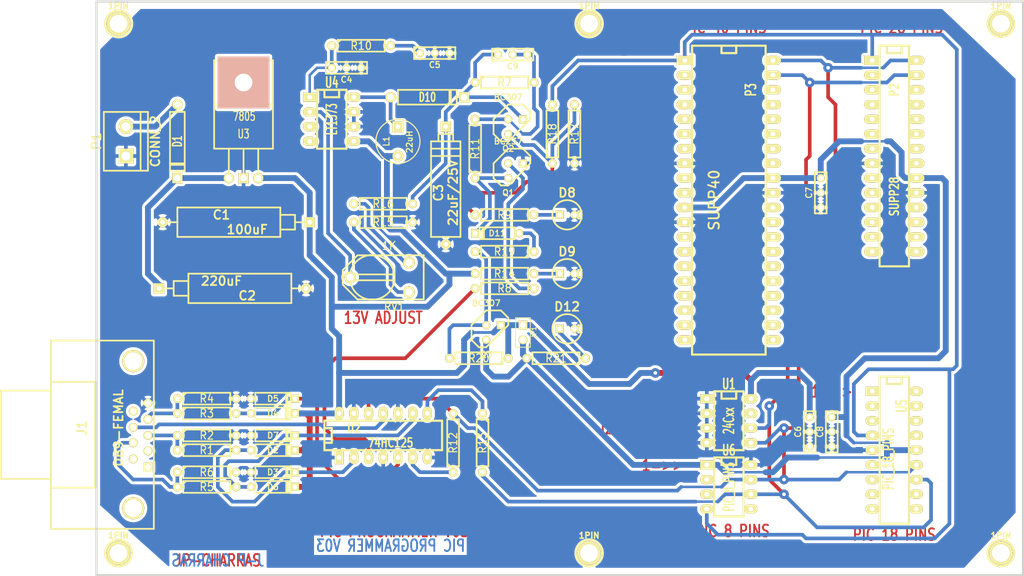
<source format=kicad_pcb>
(kicad_pcb (version 20221018) (generator pcbnew)
  (title_block (title "SERIAL PIC PROGRAMMER"))
  (layers (0 "F.Cu" signal "Composant") (31 "B.Cu" signal "Cuivre") (34 "B.Paste" user) (35 "F.Paste" user) (36 "B.SilkS" user "B.Silkscreen") (37 "F.SilkS" user "F.Silkscreen") (38 "B.Mask" user) (39 "F.Mask" user) (44 "Edge.Cuts" user))
  (net 0 "")
  (net 1 "/pic_programmer/CTS")
  (net 2 "/pic_programmer/TXD")
  (net 3 "GND")
  (net 4 "VCC")
  (net 5 "VPP")
  (net 6 "VCC_PIC")
  (net 7 "/pic_programmer/DTR")
  (net 8 "/pic_programmer/PC-CLOCK-OUT")
  (net 9 "VPP-MCLR")
  (net 10 "CLOCK-RB6")
  (net 11 "DATA-RB7")
  (net 12 "Net-(C2-Pad1)")
  (net 13 "Net-(C4-Pad1)")
  (net 14 "Net-(C5-Pad1)")
  (net 15 "Net-(C9-Pad2)")
  (net 16 "Net-(D1-Pad1)")
  (net 17 "Net-(D2-Pad1)")
  (net 18 "Net-(D4-Pad1)")
  (net 19 "Net-(D6-Pad1)")
  (net 20 "Net-(D8-Pad1)")
  (net 21 "Net-(D9-Pad1)")
  (net 22 "Net-(D10-Pad1)")
  (net 23 "Net-(D11-Pad2)")
  (net 24 "Net-(D11-Pad1)")
  (net 25 "Net-(D12-Pad1)")
  (net 26 "Net-(Q1-Pad2)")
  (net 27 "Net-(Q2-Pad3)")
  (net 28 "Net-(Q3-Pad2)")
  (net 29 "Net-(R8-Pad1)")
  (net 30 "Net-(R12-Pad1)")
  (net 31 "Net-(R13-Pad1)")
  (net 32 "Net-(R15-Pad1)")
  (net 33 "Net-(R16-Pad1)")
  (net 34 "Net-(RV1-Pad2)")
  (footprint "40DIP-ELL600" (layer "F.Cu") (at 182.88 74.93 -90)
    (fp_text reference "P3")
    (fp_text value "SUPP40")
  )
  (footprint "1pin" (layer "F.Cu") (at 229.87 44.45)
    (fp_text reference "1PIN")
    (fp_text value "P***" hide)
  )
  (footprint "1pin" (layer "F.Cu") (at 229.87 135.89)
    (fp_text reference "1PIN")
    (fp_text value "P***" hide)
  )
  (footprint "1pin" (layer "F.Cu") (at 77.47 44.45)
    (fp_text reference "1PIN")
    (fp_text value "P***" hide)
  )
  (footprint "1pin" (layer "F.Cu") (at 77.47 135.89)
    (fp_text reference "1PIN")
    (fp_text value "P***" hide)
  )
  (footprint "1pin" (layer "F.Cu") (at 158.75 135.89)
    (fp_text reference "1PIN")
    (fp_text value "P***" hide)
  )
  (footprint "1pin" (layer "F.Cu") (at 158.75 44.45)
    (fp_text reference "1PIN")
    (fp_text value "P***" hide)
  )
  (footprint "28DIP-ELL300" (layer "F.Cu") (at 211.455 67.31 -90)
    (fp_text reference "P2")
    (fp_text value "SUPP28")
  )
  (footprint "discret:CP10" (layer "F.Cu") (at 97.79 78.74 180)
    (fp_text reference "C1")
    (fp_text value "100uF")
  )
  (footprint "discret:CP10" (layer "F.Cu") (at 97.155 90.17)
    (fp_text reference "C2")
    (fp_text value "220uF")
  )
  (footprint "discret:CP8" (layer "F.Cu") (at 133.985 72.39 -90)
    (fp_text reference "C3")
    (fp_text value "22uF/25V")
  )
  (footprint "discret:C1-1" (layer "F.Cu") (at 116.84 52.07)
    (fp_text reference "C4")
    (fp_text value "0" hide)
  )
  (footprint "discret:C1-1" (layer "F.Cu") (at 132.08 49.53)
    (fp_text reference "C5")
    (fp_text value "10nF" hide)
  )
  (footprint "discret:C1-1" (layer "F.Cu") (at 196.85 114.935 -90)
    (fp_text reference "C6")
    (fp_text value "100nF" hide)
  )
  (footprint "discret:C1-1" (layer "F.Cu") (at 198.755 73.66 -90)
    (fp_text reference "C7")
    (fp_text value "100nF" hide)
  )
  (footprint "discret:C1-1" (layer "F.Cu") (at 200.66 114.935 -90)
    (fp_text reference "C8")
    (fp_text value "100nF" hide)
  )
  (footprint "discret:C1-1" (layer "F.Cu") (at 145.542 49.784)
    (fp_text reference "C9")
    (fp_text value "22OnF" hide)
  )
  (footprint "discret:D5" (layer "F.Cu") (at 87.63 64.77 -90)
    (fp_text reference "D1")
    (fp_text value "1N4004" hide)
  )
  (footprint "discret:D3" (layer "F.Cu") (at 104.14 118.11)
    (fp_text reference "D2")
    (fp_text value "BAT43" hide)
  )
  (footprint "discret:D3" (layer "F.Cu") (at 104.14 121.92)
    (fp_text reference "D3")
    (fp_text value "BAT43" hide)
  )
  (footprint "discret:D3" (layer "F.Cu") (at 104.14 111.76)
    (fp_text reference "D4")
    (fp_text value "BAT43" hide)
  )
  (footprint "discret:D3" (layer "F.Cu") (at 104.14 109.22)
    (fp_text reference "D5")
    (fp_text value "BAT43" hide)
  )
  (footprint "discret:D3" (layer "F.Cu") (at 104.14 124.46)
    (fp_text reference "D6")
    (fp_text value "BAT43" hide)
  )
  (footprint "discret:D3" (layer "F.Cu") (at 104.14 115.57)
    (fp_text reference "D7")
    (fp_text value "BAT43" hide)
  )
  (footprint "discret:LEDV" (layer "F.Cu") (at 154.94 77.47)
    (fp_text reference "D8")
    (fp_text value "RED-LED" hide)
  )
  (footprint "discret:LEDV" (layer "F.Cu") (at 154.94 87.63)
    (fp_text reference "D9")
    (fp_text value "GREEN-LED" hide)
  )
  (footprint "discret:D5" (layer "F.Cu") (at 130.81 57.15)
    (fp_text reference "D10")
    (fp_text value "SCHOTTKY" hide)
  )
  (footprint "discret:D3" (layer "F.Cu") (at 142.875 80.645 180)
    (fp_text reference "D11")
    (fp_text value "BAT43" hide)
  )
  (footprint "discret:LEDV" (layer "F.Cu") (at 154.94 97.155)
    (fp_text reference "D12")
    (fp_text value "YELLOW-LED" hide)
  )
  (footprint "connect:DB9FC" (layer "F.Cu") (at 81.28 115.57 90)
    (fp_text reference "J1")
    (fp_text value "DB9-FEMAL")
  )
  (footprint "pin_array:PIN_ARRAY_2X1" (layer "F.Cu") (at 147.32 97.79 -90)
    (fp_text reference "JP1")
    (fp_text value "JUMPER" hide)
  )
  (footprint "inductors:INDUCTOR_V" (layer "F.Cu") (at 125.73 64.77 -90)
    (fp_text reference "L1")
    (fp_text value "22uH")
  )
  (footprint "connect:bornier2" (layer "F.Cu") (at 78.74 64.77 90)
    (fp_text reference "P1")
    (fp_text value "CONN_2")
  )
  (footprint "discret:TO92" (layer "F.Cu") (at 146.05 69.85)
    (fp_text reference "Q1")
    (fp_text value "BC237")
  )
  (footprint "discret:TO92" (layer "F.Cu") (at 146.05 62.23)
    (fp_text reference "Q2")
    (fp_text value "BC307")
  )
  (footprint "discret:TO92" (layer "F.Cu") (at 142.24 97.79)
    (fp_text reference "Q3")
    (fp_text value "BC307")
  )
  (footprint "discret:R4" (layer "F.Cu") (at 92.71 118.11)
    (fp_text reference "R1")
    (fp_text value "10K" hide)
  )
  (footprint "discret:R4" (layer "F.Cu") (at 92.71 115.57)
    (fp_text reference "R2")
    (fp_text value "10K" hide)
  )
  (footprint "discret:R4" (layer "F.Cu") (at 92.71 111.76)
    (fp_text reference "R3")
    (fp_text value "10K" hide)
  )
  (footprint "discret:R4" (layer "F.Cu") (at 92.71 109.22)
    (fp_text reference "R4")
    (fp_text value "10K" hide)
  )
  (footprint "discret:R4" (layer "F.Cu") (at 92.71 124.46)
    (fp_text reference "R5")
    (fp_text value "10K" hide)
  )
  (footprint "discret:R4" (layer "F.Cu") (at 92.71 121.92)
    (fp_text reference "R6")
    (fp_text value "10K" hide)
  )
  (footprint "discret:R4" (layer "F.Cu") (at 144.145 54.61)
    (fp_text reference "R7")
    (fp_text value "10K" hide)
  )
  (footprint "discret:R4" (layer "F.Cu") (at 144.145 90.17)
    (fp_text reference "R8")
    (fp_text value "1K" hide)
  )
  (footprint "discret:R4" (layer "F.Cu") (at 144.145 77.47)
    (fp_text reference "R9")
    (fp_text value "2.2K" hide)
  )
  (footprint "discret:R4" (layer "F.Cu") (at 119.38 48.26)
    (fp_text reference "R10")
    (fp_text value "5,1K" hide)
  )
  (footprint "discret:R4" (layer "F.Cu") (at 139.065 66.04 90)
    (fp_text reference "R11")
    (fp_text value "22K" hide)
  )
  (footprint "discret:R4" (layer "F.Cu") (at 135.255 116.84 90)
    (fp_text reference "R12")
    (fp_text value "470" hide)
  )
  (footprint "discret:R4" (layer "F.Cu") (at 140.335 116.84 -90)
    (fp_text reference "R13")
    (fp_text value "470" hide)
  )
  (footprint "discret:R4" (layer "F.Cu") (at 144.145 87.63)
    (fp_text reference "R14")
    (fp_text value "470" hide)
  )
  (footprint "discret:R4" (layer "F.Cu") (at 123.19 78.74)
    (fp_text reference "R15")
    (fp_text value "6.2K" hide)
  )
  (footprint "discret:R4" (layer "F.Cu") (at 123.19 75.565)
    (fp_text reference "R16")
    (fp_text value "62K" hide)
  )
  (footprint "discret:R4" (layer "F.Cu") (at 156.21 63.5 -90)
    (fp_text reference "R17")
    (fp_text value "22K" hide)
  )
  (footprint "discret:R4" (layer "F.Cu") (at 152.4 63.5 90)
    (fp_text reference "R18")
    (fp_text value "220" hide)
  )
  (footprint "discret:R4" (layer "F.Cu") (at 144.145 83.82 180)
    (fp_text reference "R19")
    (fp_text value "2.2K" hide)
  )
  (footprint "discret:R4" (layer "F.Cu") (at 139.7 102.235 180)
    (fp_text reference "R20")
    (fp_text value "2.2K" hide)
  )
  (footprint "discret:R4" (layer "F.Cu") (at 153.035 102.235 180)
    (fp_text reference "R21")
    (fp_text value "470" hide)
  )
  (footprint "discret:RV2X4" (layer "F.Cu") (at 122.555 88.265 180)
    (fp_text reference "RV1")
    (fp_text value "1K")
  )
  (footprint "dip_sockets:DIP-8__300_ELL" (layer "F.Cu") (at 182.88 113.03 -90)
    (fp_text reference "U1")
    (fp_text value "24Cxx")
  )
  (footprint "dip_sockets:DIP-14__300_ELL" (layer "F.Cu") (at 123.19 115.57)
    (fp_text reference "U2")
    (fp_text value "74HC125")
  )
  (footprint "discret:LM78XX" (layer "F.Cu") (at 99.06 71.12 90)
    (fp_text reference "U3")
    (fp_text value "7805")
  )
  (footprint "dip_sockets:DIP-8__300_ELL" (layer "F.Cu") (at 114.3 60.96 -90)
    (fp_text reference "U4")
    (fp_text value "LT1373")
  )
  (footprint "dip_sockets:DIP-18__300_ELL" (layer "F.Cu") (at 211.455 118.11 -90)
    (fp_text reference "U5")
    (fp_text value "PIC_18_PINS")
  )
  (footprint "dip_sockets:DIP-8__300_ELL" (layer "F.Cu") (at 182.88 124.46 -90)
    (fp_text reference "U6")
    (fp_text value "PIC_8_PINS")
  )
  (gr_line (start 73.66 40.64) (end 173.99 40.64) (stroke (width 0.381)) (layer "Edge.Cuts"))
  (gr_line (start 73.66 139.7) (end 73.66 40.64) (stroke (width 0.381)) (layer "Edge.Cuts"))
  (gr_line (start 173.99 40.64) (end 233.68 40.64) (stroke (width 0.381)) (layer "Edge.Cuts"))
  (gr_line (start 233.68 40.64) (end 233.68 139.7) (stroke (width 0.381)) (layer "Edge.Cuts"))
  (gr_line (start 233.68 139.7) (end 73.66 139.7) (stroke (width 0.381)) (layer "Edge.Cuts"))
  (gr_text "+8/12V" (at 80.01 57.15) (layer "F.Cu") (effects (font (size 2.032 1.524) (thickness 0.3048))))
  (gr_text "1=>>" (at 171.45 109.22) (layer "F.Cu") (effects (font (size 2.032 1.524) (thickness 0.3048))))
  (gr_text "1=>>" (at 171.45 120.65) (layer "F.Cu") (effects (font (size 2.032 1.524) (thickness 0.3048))))
  (gr_text "PIC 40 PINS" (at 182.245 45.085) (layer "F.Cu") (effects (font (size 2.032 1.524) (thickness 0.3048))))
  (gr_text "PWR ON" (at 163.83 88.9) (layer "F.Cu") (effects (font (size 2.032 1.524) (thickness 0.3048))))
  (gr_text "VPP ON" (at 163.195 80.645) (layer "F.Cu") (effects (font (size 2.032 1.524) (thickness 0.3048))))
  (gr_text "PIC 28 PINS" (at 212.725 45.085) (layer "F.Cu") (effects (font (size 2.032 1.524) (thickness 0.3048))))
  (gr_text "I2C PROM" (at 166.37 114.3) (layer "F.Cu") (effects (font (size 2.032 1.524) (thickness 0.3048))))
  (gr_text "VCC ON" (at 163.83 98.425) (layer "F.Cu") (effects (font (size 2.032 1.524) (thickness 0.3048))))
  (gr_text "PIC 8 PINS" (at 183.515 132.08) (layer "F.Cu") (effects (font (size 2.032 1.524) (thickness 0.3048))))
  (gr_text "JP-CHARRAS" (at 94.615 137.16) (layer "F.Cu") (effects (font (size 2.032 1.524) (thickness 0.3048))))
  (gr_text "1=>>" (at 200.66 107.95) (layer "F.Cu") (effects (font (size 2.032 1.524) (thickness 0.3048))))
  (gr_text "13V ADJUST" (at 123.19 95.25) (layer "F.Cu") (effects (font (size 2.032 1.524) (thickness 0.3048))))
  (gr_text "PIC 18 PINS" (at 211.455 132.715) (layer "F.Cu") (effects (font (size 2.032 1.524) (thickness 0.3048))))
  (gr_text "1=>>" (at 201.295 48.895) (layer "F.Cu") (effects (font (size 2.032 1.524) (thickness 0.3048))))
  (gr_text "PIC PROGRAMMER V03" (at 125.095 132.08) (layer "F.Cu") (effects (font (size 2.032 1.524) (thickness 0.3048))))
  (gr_text "1=>>" (at 167.64 48.895) (layer "F.Cu") (effects (font (size 2.032 1.524) (thickness 0.3048))))
  (gr_text "PIC PROGRAMMER V03" (at 124.46 134.62) (layer "B.Cu") (effects (font (size 2.032 1.524) (thickness 0.3048)) (justify mirror)))
  (gr_text "J-P CHARRAS" (at 94.615 137.16) (layer "B.Cu") (effects (font (size 2.032 1.524) (thickness 0.3048)) (justify mirror)))
  (segment (start 80.01 114.173) (end 83.947 114.173) (width 0.635) (layer "B.Cu") (net 1))
  (segment (start 113.03 114.3) (end 121.92 114.3) (width 0.635) (layer "B.Cu") (net 1))
  (segment (start 123.19 113.03) (end 123.19 111.76) (width 0.635) (layer "B.Cu") (net 1))
  (segment (start 84.455 113.665) (end 112.395 113.665) (width 0.635) (layer "B.Cu") (net 1))
  (segment (start 112.395 113.665) (end 113.03 114.3) (width 0.635) (layer "B.Cu") (net 1))
  (segment (start 83.947 114.173) (end 84.455 113.665) (width 0.635) (layer "B.Cu") (net 1))
  (segment (start 121.92 114.3) (end 123.19 113.03) (width 0.635) (layer "B.Cu") (net 1))
  (segment (start 87.63 115.57) (end 82.55 115.57) (width 0.635) (layer "B.Cu") (net 2))
  (segment (start 87.63 118.11) (end 87.63 115.57) (width 0.635) (layer "B.Cu") (net 2))
  (segment (start 185.42 104.775) (end 186.69 106.045) (width 1.016) (layer "F.Cu") (net 4))
  (segment (start 110.49 123.825) (end 109.855 124.46) (width 1.016) (layer "F.Cu") (net 4))
  (segment (start 109.22 118.11) (end 110.49 119.38) (width 1.016) (layer "F.Cu") (net 4))
  (segment (start 109.855 111.76) (end 110.49 112.395) (width 1.016) (layer "F.Cu") (net 4))
  (segment (start 110.49 119.38) (end 110.49 123.825) (width 1.016) (layer "F.Cu") (net 4))
  (segment (start 170.18 104.775) (end 185.42 104.775) (width 1.016) (layer "F.Cu") (net 4))
  (segment (start 110.49 112.395) (end 110.49 116.84) (width 1.016) (layer "F.Cu") (net 4))
  (segment (start 110.49 116.84) (end 109.22 118.11) (width 1.016) (layer "F.Cu") (net 4))
  (segment (start 109.22 118.11) (end 107.95 118.11) (width 1.016) (layer "F.Cu") (net 4))
  (segment (start 107.95 111.76) (end 109.855 111.76) (width 1.016) (layer "F.Cu") (net 4))
  (segment (start 109.855 124.46) (end 107.95 124.46) (width 1.016) (layer "F.Cu") (net 4))
  (segment (start 186.69 106.045) (end 186.69 109.22) (width 1.016) (layer "F.Cu") (net 4))
  (via (at 170.18 104.775) (size 1.651) (drill 0.635) (layers "F.Cu" "B.Cu") (net 4))
  (segment (start 110.49 73.66) (end 107.95 71.12) (width 1.016) (layer "B.Cu") (net 4))
  (segment (start 133.985 87.63) (end 126.365 80.01) (width 1.016) (layer "B.Cu") (net 4))
  (segment (start 114.3 88.265) (end 114.3 93.345) (width 1.016) (layer "B.Cu") (net 4))
  (segment (start 135.89 104.775) (end 115.57 104.775) (width 1.016) (layer "B.Cu") (net 4))
  (segment (start 186.69 106.045) (end 187.96 104.775) (width 1.016) (layer "B.Cu") (net 4))
  (segment (start 114.3 97.155) (end 115.57 98.425) (width 1.016) (layer "B.Cu") (net 4))
  (segment (start 115.57 111.76) (end 115.57 104.775) (width 1.016) (layer "B.Cu") (net 4))
  (segment (start 134.62 87.63) (end 133.985 87.63) (width 1.016) (layer "B.Cu") (net 4))
  (segment (start 126.365 80.01) (end 124.46 80.01) (width 1.016) (layer "B.Cu") (net 4))
  (segment (start 107.95 111.76) (end 115.57 111.76) (width 1.016) (layer "B.Cu") (net 4))
  (segment (start 143.51 96.52) (end 142.24 97.79) (width 1.016) (layer "B.Cu") (net 4))
  (segment (start 114.3 93.345) (end 130.81 93.345) (width 1.016) (layer "B.Cu") (net 4))
  (segment (start 139.065 87.63) (end 134.62 87.63) (width 1.016) (layer "B.Cu") (net 4))
  (segment (start 144.78 102.235) (end 144.78 96.52) (width 1.016) (layer "B.Cu") (net 4))
  (segment (start 148.59 96.52) (end 158.75 106.68) (width 1.016) (layer "B.Cu") (net 4))
  (segment (start 144.78 96.52) (end 147.32 96.52) (width 1.016) (layer "B.Cu") (net 4))
  (segment (start 158.75 106.68) (end 165.735 106.68) (width 1.016) (layer "B.Cu") (net 4))
  (segment (start 186.69 109.22) (end 186.69 106.045) (width 1.016) (layer "B.Cu") (net 4))
  (segment (start 101.6 71.12) (end 107.95 71.12) (width 1.016) (layer "B.Cu") (net 4))
  (segment (start 123.825 79.375) (end 123.825 67.31) (width 1.016) (layer "B.Cu") (net 4))
  (segment (start 130.81 93.345) (end 134.62 89.535) (width 1.016) (layer "B.Cu") (net 4))
  (segment (start 143.51 96.52) (end 144.78 96.52) (width 1.016) (layer "B.Cu") (net 4))
  (segment (start 110.49 78.74) (end 110.49 73.66) (width 1.016) (layer "B.Cu") (net 4))
  (segment (start 114.3 93.345) (end 114.3 97.155) (width 1.016) (layer "B.Cu") (net 4))
  (segment (start 147.32 96.52) (end 148.59 96.52) (width 1.016) (layer "B.Cu") (net 4))
  (segment (start 196.85 112.395) (end 196.85 106.68) (width 1.016) (layer "B.Cu") (net 4))
  (segment (start 138.43 97.79) (end 137.16 99.06) (width 1.016) (layer "B.Cu") (net 4))
  (segment (start 118.11 64.77) (end 120.65 64.77) (width 1.016) (layer "B.Cu") (net 4))
  (segment (start 134.62 89.535) (end 134.62 87.63) (width 1.016) (layer "B.Cu") (net 4))
  (segment (start 167.64 104.775) (end 170.18 104.775) (width 1.016) (layer "B.Cu") (net 4))
  (segment (start 110.49 84.455) (end 114.3 88.265) (width 1.016) (layer "B.Cu") (net 4))
  (segment (start 123.19 67.31) (end 120.65 64.77) (width 1.016) (layer "B.Cu") (net 4))
  (segment (start 125.73 67.31) (end 123.825 67.31) (width 1.016) (layer "B.Cu") (net 4))
  (segment (start 115.57 98.425) (end 115.57 104.775) (width 1.016) (layer "B.Cu") (net 4))
  (segment (start 165.735 106.68) (end 167.64 104.775) (width 1.016) (layer "B.Cu") (net 4))
  (segment (start 110.49 78.74) (end 110.49 84.455) (width 1.016) (layer "B.Cu") (net 4))
  (segment (start 123.825 67.31) (end 123.19 67.31) (width 1.016) (layer "B.Cu") (net 4))
  (segment (start 137.16 103.505) (end 135.89 104.775) (width 1.016) (layer "B.Cu") (net 4))
  (segment (start 137.16 99.06) (end 137.16 103.505) (width 1.016) (layer "B.Cu") (net 4))
  (segment (start 187.96 104.775) (end 194.945 104.775) (width 1.016) (layer "B.Cu") (net 4))
  (segment (start 124.46 80.01) (end 123.825 79.375) (width 1.016) (layer "B.Cu") (net 4))
  (segment (start 196.85 106.68) (end 194.945 104.775) (width 1.016) (layer "B.Cu") (net 4))
  (segment (start 142.24 97.79) (end 138.43 97.79) (width 0.4826) (layer "B.Cu") (net 4))
  (segment (start 133.985 62.23) (end 133.985 68.58) (width 0.635) (layer "B.Cu") (net 5))
  (segment (start 143.51 57.15) (end 147.32 60.96) (width 0.635) (layer "B.Cu") (net 5))
  (segment (start 139.065 54.61) (end 139.065 51.181) (width 0.635) (layer "B.Cu") (net 5))
  (segment (start 133.985 68.58) (end 128.27 74.295) (width 0.635) (layer "B.Cu") (net 5))
  (segment (start 140.462 49.784) (end 143.002 49.784) (width 0.635) (layer "B.Cu") (net 5))
  (segment (start 137.16 57.15) (end 137.16 56.515) (width 0.635) (layer "B.Cu") (net 5))
  (segment (start 136.525 57.15) (end 137.16 57.15) (width 0.635) (layer "B.Cu") (net 5))
  (segment (start 136.525 57.15) (end 133.985 59.69) (width 0.635) (layer "B.Cu") (net 5))
  (segment (start 128.27 74.295) (end 128.27 75.565) (width 0.635) (layer "B.Cu") (net 5))
  (segment (start 137.16 56.515) (end 139.065 54.61) (width 0.635) (layer "B.Cu") (net 5))
  (segment (start 139.065 51.181) (end 140.462 49.784) (width 0.635) (layer "B.Cu") (net 5))
  (segment (start 137.16 57.15) (end 143.51 57.15) (width 0.635) (layer "B.Cu") (net 5))
  (segment (start 133.985 62.23) (end 133.985 59.69) (width 0.635) (layer "B.Cu") (net 5))
  (segment (start 200.66 112.395) (end 203.2 112.395) (width 1.016) (layer "B.Cu") (net 6))
  (segment (start 182.245 121.92) (end 189.23 121.92) (width 0.4318) (layer "B.Cu") (net 6))
  (segment (start 212.725 70.485) (end 213.36 71.12) (width 1.016) (layer "B.Cu") (net 6))
  (segment (start 210.82 64.77) (end 212.725 66.675) (width 1.016) (layer "B.Cu") (net 6))
  (segment (start 179.07 120.65) (end 166.37 120.65) (width 1.016) (layer "B.Cu") (net 6))
  (segment (start 190.5 71.12) (end 198.755 71.12) (width 1.016) (layer "B.Cu") (net 6))
  (segment (start 203.2 105.41) (end 206.375 102.235) (width 1.016) (layer "B.Cu") (net 6))
  (segment (start 147.32 101.6) (end 147.955 102.235) (width 1.016) (layer "B.Cu") (net 6))
  (segment (start 213.36 71.12) (end 215.265 71.12) (width 1.016) (layer "B.Cu") (net 6))
  (segment (start 206.375 102.235) (end 219.075 102.235) (width 1.016) (layer "B.Cu") (net 6))
  (segment (start 179.07 120.65) (end 180.975 120.65) (width 1.016) (layer "B.Cu") (net 6))
  (segment (start 198.755 67.945) (end 201.93 64.77) (width 1.016) (layer "B.Cu") (net 6))
  (segment (start 166.37 120.65) (end 147.955 102.235) (width 1.016) (layer "B.Cu") (net 6))
  (segment (start 201.93 64.77) (end 205.74 64.77) (width 1.016) (layer "B.Cu") (net 6))
  (segment (start 189.23 121.92) (end 190.5 121.92) (width 1.016) (layer "B.Cu") (net 6))
  (segment (start 204.47 116.84) (end 210.185 116.84) (width 0.4318) (layer "B.Cu") (net 6))
  (segment (start 180.34 76.2) (end 185.42 71.12) (width 1.016) (layer "B.Cu") (net 6))
  (segment (start 180.975 120.65) (end 182.245 121.92) (width 1.016) (layer "B.Cu") (net 6))
  (segment (start 190.5 121.92) (end 193.04 119.38) (width 1.016) (layer "B.Cu") (net 6))
  (segment (start 210.185 119.38) (end 210.185 118.11) (width 1.016) (layer "B.Cu") (net 6))
  (segment (start 140.97 104.14) (end 142.24 105.41) (width 1.016) (layer "B.Cu") (net 6))
  (segment (start 220.345 100.965) (end 220.345 71.755) (width 1.016) (layer "B.Cu") (net 6))
  (segment (start 205.74 64.77) (end 210.185 64.77) (width 0.4318) (layer "B.Cu") (net 6))
  (segment (start 203.2 115.57) (end 204.47 116.84) (width 0.635) (layer "B.Cu") (net 6))
  (segment (start 219.71 71.12) (end 215.265 71.12) (width 1.016) (layer "B.Cu") (net 6))
  (segment (start 219.075 102.235) (end 220.345 100.965) (width 1.016) (layer "B.Cu") (net 6))
  (segment (start 147.32 99.06) (end 147.32 101.6) (width 1.016) (layer "B.Cu") (net 6))
  (segment (start 203.2 105.41) (end 203.2 112.395) (width 1.016) (layer "B.Cu") (net 6))
  (segment (start 175.26 76.2) (end 180.34 76.2) (width 1.016) (layer "B.Cu") (net 6))
  (segment (start 210.185 118.11) (end 210.185 116.84) (width 1.016) (layer "B.Cu") (net 6))
  (segment (start 212.725 66.675) (end 212.725 70.485) (width 1.016) (layer "B.Cu") (net 6))
  (segment (start 142.24 105.41) (end 144.78 105.41) (width 1.016) (layer "B.Cu") (net 6))
  (segment (start 210.185 118.11) (end 215.265 118.11) (width 1.016) (layer "B.Cu") (net 6))
  (segment (start 210.185 64.77) (end 210.82 64.77) (width 1.016) (layer "B.Cu") (net 6))
  (segment (start 198.755 71.12) (end 198.755 67.945) (width 1.016) (layer "B.Cu") (net 6))
  (segment (start 140.97 99.06) (end 140.97 104.14) (width 1.016) (layer "B.Cu") (net 6))
  (segment (start 198.12 119.38) (end 210.185 119.38) (width 0.4318) (layer "B.Cu") (net 6))
  (segment (start 220.345 71.755) (end 219.71 71.12) (width 1.016) (layer "B.Cu") (net 6))
  (segment (start 193.04 119.38) (end 198.12 119.38) (width 1.016) (layer "B.Cu") (net 6))
  (segment (start 203.2 112.395) (end 203.2 115.57) (width 1.016) (layer "B.Cu") (net 6))
  (segment (start 144.78 105.41) (end 147.955 102.235) (width 1.016) (layer "B.Cu") (net 6))
  (segment (start 185.42 71.12) (end 190.5 71.12) (width 1.016) (layer "B.Cu") (net 6))
  (segment (start 87.63 111.76) (end 87.63 109.22) (width 0.635) (layer "B.Cu") (net 7))
  (segment (start 83.185 111.76) (end 87.63 111.76) (width 0.635) (layer "B.Cu") (net 7))
  (segment (start 82.55 112.776) (end 82.55 112.395) (width 0.635) (layer "B.Cu") (net 7))
  (segment (start 82.55 112.395) (end 83.185 111.76) (width 0.635) (layer "B.Cu") (net 7))
  (segment (start 80.01 123.19) (end 85.09 123.19) (width 0.635) (layer "B.Cu") (net 8))
  (segment (start 77.47 120.65) (end 80.01 123.19) (width 0.635) (layer "B.Cu") (net 8))
  (segment (start 86.36 124.46) (end 87.63 124.46) (width 0.635) (layer "B.Cu") (net 8))
  (segment (start 77.47 117.475) (end 77.47 120.65) (width 0.635) (layer "B.Cu") (net 8))
  (segment (start 78.105 116.84) (end 77.47 117.475) (width 0.635) (layer "B.Cu") (net 8))
  (segment (start 85.09 123.19) (end 86.36 124.46) (width 0.635) (layer "B.Cu") (net 8))
  (segment (start 87.63 124.46) (end 87.63 121.92) (width 0.635) (layer "B.Cu") (net 8))
  (segment (start 80.01 116.84) (end 78.105 116.84) (width 0.635) (layer "B.Cu") (net 8))
  (segment (start 156.845 50.8) (end 175.26 50.8) (width 0.635) (layer "B.Cu") (net 9))
  (segment (start 219.71 46.355) (end 207.645 46.355) (width 0.635) (layer "B.Cu") (net 9))
  (segment (start 195.58 132.715) (end 196.215 133.35) (width 0.635) (layer "B.Cu") (net 9))
  (segment (start 207.01 104.14) (end 220.98 104.14) (width 0.635) (layer "B.Cu") (net 9))
  (segment (start 179.07 130.81) (end 179.07 128.27) (width 0.635) (layer "B.Cu") (net 9))
  (segment (start 152.4 55.245) (end 152.4 58.42) (width 0.635) (layer "B.Cu") (net 9))
  (segment (start 221.615 104.14) (end 222.25 103.505) (width 0.635) (layer "B.Cu") (net 9))
  (segment (start 205.105 115.57) (end 204.47 114.935) (width 0.635) (layer "B.Cu") (net 9))
  (segment (start 196.215 133.35) (end 218.44 133.35) (width 0.635) (layer "B.Cu") (net 9))
  (segment (start 221.615 104.14) (end 220.98 104.14) (width 0.635) (layer "B.Cu") (net 9))
  (segment (start 207.645 115.57) (end 205.105 115.57) (width 0.635) (layer "B.Cu") (net 9))
  (segment (start 222.25 48.895) (end 219.71 46.355) (width 0.635) (layer "B.Cu") (net 9))
  (segment (start 179.07 130.81) (end 180.975 132.715) (width 0.635) (layer "B.Cu") (net 9))
  (segment (start 175.26 50.8) (end 175.26 47.625) (width 0.635) (layer "B.Cu") (net 9))
  (segment (start 175.26 47.625) (end 176.53 46.355) (width 0.635) (layer "B.Cu") (net 9))
  (segment (start 204.47 114.935) (end 204.47 106.68) (width 0.635) (layer "B.Cu") (net 9))
  (segment (start 220.98 130.81) (end 220.98 104.14) (width 0.635) (layer "B.Cu") (net 9))
  (segment (start 156.845 50.8) (end 152.4 55.245) (width 0.635) (layer "B.Cu") (net 9))
  (segment (start 204.47 106.68) (end 207.01 104.14) (width 0.635) (layer "B.Cu") (net 9))
  (segment (start 207.645 46.355) (end 176.53 46.355) (width 0.635) (layer "B.Cu") (net 9))
  (segment (start 218.44 133.35) (end 220.98 130.81) (width 0.635) (layer "B.Cu") (net 9))
  (segment (start 195.58 132.715) (end 180.975 132.715) (width 0.635) (layer "B.Cu") (net 9))
  (segment (start 207.645 50.8) (end 207.645 46.355) (width 0.635) (layer "B.Cu") (net 9))
  (segment (start 222.25 48.895) (end 222.25 103.505) (width 0.635) (layer "B.Cu") (net 9))
  (segment (start 196.85 67.31) (end 196.85 54.61) (width 0.635) (layer "F.Cu") (net 10))
  (segment (start 193.04 107.315) (end 193.04 75.565) (width 0.635) (layer "F.Cu") (net 10))
  (segment (start 189.865 110.49) (end 189.865 123.19) (width 0.635) (layer "F.Cu") (net 10))
  (segment (start 193.04 107.315) (end 189.865 110.49) (width 0.635) (layer "F.Cu") (net 10))
  (segment (start 193.04 75.565) (end 196.215 72.39) (width 0.635) (layer "F.Cu") (net 10))
  (segment (start 196.215 67.945) (end 196.85 67.31) (width 0.635) (layer "F.Cu") (net 10))
  (segment (start 196.215 72.39) (end 196.215 67.945) (width 0.635) (layer "F.Cu") (net 10))
  (segment (start 189.865 123.19) (end 192.405 125.73) (width 0.635) (layer "F.Cu") (net 10))
  (via (at 189.865 110.49) (size 1.651) (drill 0.635) (layers "F.Cu" "B.Cu") (net 10))
  (via (at 196.85 54.61) (size 1.651) (drill 0.635) (layers "F.Cu" "B.Cu") (net 10))
  (via (at 192.405 125.73) (size 1.651) (drill 0.635) (layers "F.Cu" "B.Cu") (net 10))
  (segment (start 210.185 54.61) (end 208.915 54.61) (width 0.635) (layer "B.Cu") (net 10))
  (segment (start 216.535 131.445) (end 217.805 130.175) (width 0.635) (layer "B.Cu") (net 10))
  (segment (start 192.405 125.73) (end 198.12 131.445) (width 0.635) (layer "B.Cu") (net 10))
  (segment (start 211.455 53.34) (end 210.185 54.61) (width 0.635) (layer "B.Cu") (net 10))
  (segment (start 189.865 110.49) (end 189.865 113.665) (width 0.635) (layer "B.Cu") (net 10))
  (segment (start 144.78 127) (end 177.165 127) (width 0.635) (layer "B.Cu") (net 10))
  (segment (start 190.5 53.34) (end 195.58 53.34) (width 0.635) (layer "B.Cu") (net 10))
  (segment (start 186.69 125.73) (end 192.405 125.73) (width 0.635) (layer "B.Cu") (net 10))
  (segment (start 211.455 53.34) (end 215.265 53.34) (width 0.635) (layer "B.Cu") (net 10))
  (segment (start 140.335 122.555) (end 144.78 127) (width 0.635) (layer "B.Cu") (net 10))
  (segment (start 195.58 53.34) (end 196.85 54.61) (width 0.635) (layer "B.Cu") (net 10))
  (segment (start 140.335 121.92) (end 140.335 122.555) (width 0.635) (layer "B.Cu") (net 10))
  (segment (start 205.74 54.61) (end 208.915 54.61) (width 0.4318) (layer "B.Cu") (net 10))
  (segment (start 189.865 113.665) (end 189.23 114.3) (width 0.635) (layer "B.Cu") (net 10))
  (segment (start 217.17 123.19) (end 215.265 123.19) (width 0.635) (layer "B.Cu") (net 10))
  (segment (start 217.805 130.175) (end 217.805 123.825) (width 0.635) (layer "B.Cu") (net 10))
  (segment (start 182.245 125.73) (end 186.69 125.73) (width 0.635) (layer "B.Cu") (net 10))
  (segment (start 177.165 127) (end 180.975 127) (width 0.4318) (layer "B.Cu") (net 10))
  (segment (start 198.12 131.445) (end 216.535 131.445) (width 0.635) (layer "B.Cu") (net 10))
  (segment (start 182.245 125.73) (end 180.975 127) (width 0.635) (layer "B.Cu") (net 10))
  (segment (start 189.23 114.3) (end 186.69 114.3) (width 0.635) (layer "B.Cu") (net 10))
  (segment (start 196.85 54.61) (end 205.74 54.61) (width 0.635) (layer "B.Cu") (net 10))
  (segment (start 217.805 123.825) (end 217.17 123.19) (width 0.635) (layer "B.Cu") (net 10))
  (segment (start 201.295 85.09) (end 194.945 91.44) (width 0.635) (layer "F.Cu") (net 11))
  (segment (start 132.715 109.22) (end 135.255 111.76) (width 0.635) (layer "F.Cu") (net 11))
  (segment (start 194.31 114.3) (end 192.405 114.3) (width 0.635) (layer "F.Cu") (net 11))
  (segment (start 194.945 91.44) (end 194.945 113.665) (width 0.635) (layer "F.Cu") (net 11))
  (segment (start 201.295 58.42) (end 201.295 85.09) (width 0.635) (layer "F.Cu") (net 11))
  (segment (start 200.025 57.15) (end 200.025 52.07) (width 0.635) (layer "F.Cu") (net 11))
  (segment (start 192.405 114.3) (end 192.405 123.19) (width 0.635) (layer "F.Cu") (net 11))
  (segment (start 200.025 57.15) (end 201.295 58.42) (width 0.635) (layer "F.Cu") (net 11))
  (segment (start 194.945 113.665) (end 194.31 114.3) (width 0.635) (layer "F.Cu") (net 11))
  (segment (start 120.65 109.855) (end 121.285 109.22) (width 0.635) (layer "F.Cu") (net 11))
  (segment (start 120.65 111.76) (end 120.65 109.855) (width 0.635) (layer "F.Cu") (net 11))
  (segment (start 121.285 109.22) (end 132.715 109.22) (width 0.635) (layer "F.Cu") (net 11))
  (via (at 192.405 123.19) (size 1.651) (drill 0.635) (layers "F.Cu" "B.Cu") (net 11))
  (via (at 192.405 114.3) (size 1.651) (drill 0.635) (layers "F.Cu" "B.Cu") (net 11))
  (via (at 200.025 52.07) (size 1.651) (drill 0.635) (layers "F.Cu" "B.Cu") (net 11))
  (segment (start 213.995 121.92) (end 215.265 120.65) (width 0.635) (layer "B.Cu") (net 11))
  (segment (start 189.23 116.84) (end 186.69 116.84) (width 0.635) (layer "B.Cu") (net 11))
  (segment (start 215.265 50.8) (end 210.82 50.8) (width 0.635) (layer "B.Cu") (net 11))
  (segment (start 139.065 114.3) (end 149.86 125.095) (width 0.635) (layer "B.Cu") (net 11))
  (segment (start 137.795 114.3) (end 139.065 114.3) (width 0.635) (layer "B.Cu") (net 11))
  (segment (start 203.2 121.92) (end 213.995 121.92) (width 0.4318) (layer "B.Cu") (net 11))
  (segment (start 149.86 125.095) (end 173.99 125.095) (width 0.635) (layer "B.Cu") (net 11))
  (segment (start 135.255 111.76) (end 137.795 114.3) (width 0.635) (layer "B.Cu") (net 11))
  (segment (start 198.755 50.8) (end 200.025 52.07) (width 0.635) (layer "B.Cu") (net 11))
  (segment (start 192.405 123.19) (end 201.93 123.19) (width 0.635) (layer "B.Cu") (net 11))
  (segment (start 191.77 114.3) (end 189.23 116.84) (width 0.635) (layer "B.Cu") (net 11))
  (segment (start 182.88 123.19) (end 186.69 123.19) (width 0.635) (layer "B.Cu") (net 11))
  (segment (start 200.025 52.07) (end 205.74 52.07) (width 0.635) (layer "B.Cu") (net 11))
  (segment (start 181.61 124.46) (end 182.88 123.19) (width 0.635) (layer "B.Cu") (net 11))
  (segment (start 174.625 124.46) (end 181.61 124.46) (width 0.4318) (layer "B.Cu") (net 11))
  (segment (start 209.55 52.07) (end 210.82 50.8) (width 0.635) (layer "B.Cu") (net 11))
  (segment (start 205.74 52.07) (end 209.55 52.07) (width 0.4318) (layer "B.Cu") (net 11))
  (segment (start 190.5 50.8) (end 198.755 50.8) (width 0.635) (layer "B.Cu") (net 11))
  (segment (start 201.93 123.19) (end 203.2 121.92) (width 0.635) (layer "B.Cu") (net 11))
  (segment (start 173.99 125.095) (end 174.625 124.46) (width 0.635) (layer "B.Cu") (net 11))
  (segment (start 186.69 123.19) (end 192.405 123.19) (width 0.635) (layer "B.Cu") (net 11))
  (segment (start 192.405 114.3) (end 191.77 114.3) (width 0.635) (layer "B.Cu") (net 11))
  (segment (start 84.455 89.535) (end 82.55 87.63) (width 1.016) (layer "B.Cu") (net 12))
  (segment (start 82.55 76.2) (end 87.63 71.12) (width 1.016) (layer "B.Cu") (net 12))
  (segment (start 87.63 71.12) (end 96.52 71.12) (width 1.016) (layer "B.Cu") (net 12))
  (segment (start 84.455 90.17) (end 84.455 89.535) (width 1.016) (layer "B.Cu") (net 12))
  (segment (start 82.55 87.63) (end 82.55 76.2) (width 1.016) (layer "B.Cu") (net 12))
  (segment (start 114.3 48.26) (end 114.3 52.07) (width 0.635) (layer "B.Cu") (net 13))
  (segment (start 110.49 57.15) (end 110.49 53.34) (width 0.4318) (layer "B.Cu") (net 13))
  (segment (start 111.76 52.07) (end 114.3 52.07) (width 0.4318) (layer "B.Cu") (net 13))
  (segment (start 110.49 53.34) (end 111.76 52.07) (width 0.4318) (layer "B.Cu") (net 13))
  (segment (start 124.46 48.26) (end 128.27 48.26) (width 0.635) (layer "B.Cu") (net 14))
  (segment (start 128.27 48.26) (end 129.54 49.53) (width 0.635) (layer "B.Cu") (net 14))
  (segment (start 149.225 54.61) (end 149.225 59.055) (width 0.635) (layer "B.Cu") (net 15))
  (segment (start 149.225 59.055) (end 149.86 59.69) (width 0.635) (layer "B.Cu") (net 15))
  (segment (start 144.78 60.96) (end 139.065 60.96) (width 0.635) (layer "B.Cu") (net 15))
  (segment (start 148.59 63.5) (end 147.32 63.5) (width 0.635) (layer "B.Cu") (net 15))
  (segment (start 148.082 49.784) (end 148.844 49.784) (width 0.635) (layer "B.Cu") (net 15))
  (segment (start 145.542 49.784) (end 148.082 49.784) (width 0.635) (layer "B.Cu") (net 15))
  (segment (start 149.86 59.69) (end 149.86 62.23) (width 0.635) (layer "B.Cu") (net 15))
  (segment (start 149.225 50.165) (end 149.225 54.61) (width 0.635) (layer "B.Cu") (net 15))
  (segment (start 144.78 60.96) (end 147.32 63.5) (width 0.4318) (layer "B.Cu") (net 15))
  (segment (start 148.844 49.784) (end 149.225 50.165) (width 0.635) (layer "B.Cu") (net 15))
  (segment (start 149.86 62.23) (end 148.59 63.5) (width 0.635) (layer "B.Cu") (net 15))
  (segment (start 78.74 62.23) (end 83.82 62.23) (width 1.016) (layer "B.Cu") (net 16))
  (segment (start 83.82 62.23) (end 87.63 58.42) (width 1.016) (layer "B.Cu") (net 16))
  (segment (start 94.615 124.46) (end 97.155 127) (width 0.635) (layer "B.Cu") (net 17))
  (segment (start 118.11 120.015) (end 118.11 119.38) (width 0.635) (layer "B.Cu") (net 17))
  (segment (start 116.205 121.92) (end 118.11 120.015) (width 0.635) (layer "B.Cu") (net 17))
  (segment (start 97.155 127) (end 100.965 127) (width 0.635) (layer "B.Cu") (net 17))
  (segment (start 94.615 119.38) (end 94.615 124.46) (width 0.635) (layer "B.Cu") (net 17))
  (segment (start 100.965 127) (end 106.045 121.92) (width 0.635) (layer "B.Cu") (net 17))
  (segment (start 97.79 118.11) (end 95.885 118.11) (width 0.635) (layer "B.Cu") (net 17))
  (segment (start 106.045 121.92) (end 107.95 121.92) (width 0.635) (layer "B.Cu") (net 17))
  (segment (start 107.95 121.92) (end 116.205 121.92) (width 0.635) (layer "B.Cu") (net 17))
  (segment (start 95.885 118.11) (end 94.615 119.38) (width 0.635) (layer "B.Cu") (net 17))
  (segment (start 100.33 118.11) (end 97.79 118.11) (width 0.635) (layer "B.Cu") (net 17))
  (segment (start 111.125 109.22) (end 111.76 109.855) (width 0.635) (layer "F.Cu") (net 18))
  (segment (start 107.95 109.22) (end 111.125 109.22) (width 0.635) (layer "F.Cu") (net 18))
  (segment (start 125.73 120.65) (end 125.73 119.38) (width 0.635) (layer "F.Cu") (net 18))
  (segment (start 111.76 119.38) (end 115.57 123.19) (width 0.635) (layer "F.Cu") (net 18))
  (segment (start 115.57 123.19) (end 123.19 123.19) (width 0.635) (layer "F.Cu") (net 18))
  (segment (start 123.19 123.19) (end 125.73 120.65) (width 0.635) (layer "F.Cu") (net 18))
  (segment (start 111.76 109.855) (end 111.76 119.38) (width 0.635) (layer "F.Cu") (net 18))
  (segment (start 100.33 111.76) (end 104.267 111.76) (width 0.635) (layer "B.Cu") (net 18))
  (segment (start 106.807 109.22) (end 104.267 111.76) (width 0.635) (layer "B.Cu") (net 18))
  (segment (start 107.95 109.22) (end 106.807 109.22) (width 0.635) (layer "B.Cu") (net 18))
  (segment (start 100.33 111.76) (end 97.79 111.76) (width 0.635) (layer "B.Cu") (net 18))
  (segment (start 95.885 120.65) (end 95.885 122.555) (width 0.635) (layer "B.Cu") (net 19))
  (segment (start 106.045 115.57) (end 107.95 115.57) (width 0.635) (layer "B.Cu") (net 19))
  (segment (start 101.6 120.015) (end 106.045 115.57) (width 0.635) (layer "B.Cu") (net 19))
  (segment (start 96.52 120.015) (end 95.885 120.65) (width 0.635) (layer "B.Cu") (net 19))
  (segment (start 100.33 124.46) (end 97.79 124.46) (width 0.635) (layer "B.Cu") (net 19))
  (segment (start 107.95 115.57) (end 125.73 115.57) (width 0.635) (layer "B.Cu") (net 19))
  (segment (start 128.27 113.03) (end 125.73 115.57) (width 0.635) (layer "B.Cu") (net 19))
  (segment (start 128.27 111.76) (end 128.27 113.03) (width 0.635) (layer "B.Cu") (net 19))
  (segment (start 96.52 120.015) (end 101.6 120.015) (width 0.635) (layer "B.Cu") (net 19))
  (segment (start 95.885 122.555) (end 97.79 124.46) (width 0.635) (layer "B.Cu") (net 19))
  (segment (start 153.67 77.47) (end 149.225 77.47) (width 0.635) (layer "B.Cu") (net 20))
  (segment (start 153.67 87.63) (end 149.225 87.63) (width 0.635) (layer "B.Cu") (net 21))
  (segment (start 118.11 57.15) (end 124.46 57.15) (width 0.635) (layer "B.Cu") (net 22))
  (segment (start 124.46 57.15) (end 124.46 60.96) (width 0.635) (layer "B.Cu") (net 22))
  (segment (start 124.46 60.96) (end 125.73 62.23) (width 0.635) (layer "B.Cu") (net 22))
  (segment (start 144.78 71.12) (end 139.065 71.12) (width 0.635) (layer "B.Cu") (net 23))
  (segment (start 139.065 71.12) (end 141.605 73.66) (width 0.635) (layer "B.Cu") (net 23))
  (segment (start 141.605 78.105) (end 139.065 80.645) (width 0.635) (layer "B.Cu") (net 23))
  (segment (start 141.605 73.66) (end 141.605 78.105) (width 0.635) (layer "B.Cu") (net 23))
  (segment (start 149.225 81.28) (end 149.225 83.82) (width 0.635) (layer "B.Cu") (net 24))
  (segment (start 148.59 80.645) (end 149.225 81.28) (width 0.635) (layer "B.Cu") (net 24))
  (segment (start 146.685 80.645) (end 148.59 80.645) (width 0.635) (layer "B.Cu") (net 24))
  (segment (start 153.67 97.79) (end 158.115 102.235) (width 0.635) (layer "B.Cu") (net 25))
  (segment (start 153.67 97.155) (end 153.67 97.79) (width 0.635) (layer "B.Cu") (net 25))
  (segment (start 144.78 68.58) (end 147.32 71.12) (width 0.635) (layer "B.Cu") (net 26))
  (segment (start 147.32 73.025) (end 144.78 75.565) (width 0.635) (layer "B.Cu") (net 26))
  (segment (start 144.78 75.565) (end 144.78 88.265) (width 0.635) (layer "B.Cu") (net 26))
  (segment (start 149.225 90.17) (end 146.685 90.17) (width 0.635) (layer "B.Cu") (net 26))
  (segment (start 147.32 71.12) (end 147.32 73.025) (width 0.635) (layer "B.Cu") (net 26))
  (segment (start 146.685 90.17) (end 144.78 88.265) (width 0.635) (layer "B.Cu") (net 26))
  (segment (start 137.795 74.93) (end 139.065 73.66) (width 0.635) (layer "F.Cu") (net 27))
  (segment (start 147.955 71.755) (end 150.495 71.755) (width 0.635) (layer "F.Cu") (net 27))
  (segment (start 137.795 74.93) (end 137.795 76.2) (width 0.635) (layer "F.Cu") (net 27))
  (segment (start 137.795 76.2) (end 139.065 77.47) (width 0.635) (layer "F.Cu") (net 27))
  (segment (start 146.05 73.66) (end 147.955 71.755) (width 0.635) (layer "F.Cu") (net 27))
  (segment (start 152.4 68.58) (end 152.4 69.85) (width 0.635) (layer "F.Cu") (net 27))
  (segment (start 150.495 71.755) (end 152.4 69.85) (width 0.635) (layer "F.Cu") (net 27))
  (segment (start 139.065 73.66) (end 146.05 73.66) (width 0.635) (layer "F.Cu") (net 27))
  (segment (start 144.78 63.5) (end 145.415 63.5) (width 0.635) (layer "B.Cu") (net 27))
  (segment (start 156.21 58.42) (end 156.21 61.595) (width 0.635) (layer "B.Cu") (net 27))
  (segment (start 152.4 65.405) (end 152.4 68.58) (width 0.635) (layer "B.Cu") (net 27))
  (segment (start 147.32 65.405) (end 149.225 65.405) (width 0.635) (layer "B.Cu") (net 27))
  (segment (start 145.415 63.5) (end 147.32 65.405) (width 0.635) (layer "B.Cu") (net 27))
  (segment (start 149.225 65.405) (end 152.4 68.58) (width 0.635) (layer "B.Cu") (net 27))
  (segment (start 156.21 61.595) (end 152.4 65.405) (width 0.635) (layer "B.Cu") (net 27))
  (segment (start 140.97 85.09) (end 139.7 83.82) (width 0.635) (layer "B.Cu") (net 28))
  (segment (start 139.7 83.82) (end 139.065 83.82) (width 0.635) (layer "B.Cu") (net 28))
  (segment (start 134.62 97.155) (end 134.62 102.235) (width 0.635) (layer "B.Cu") (net 28))
  (segment (start 140.97 96.52) (end 135.255 96.52) (width 0.635) (layer "B.Cu") (net 28))
  (segment (start 135.255 96.52) (end 134.62 97.155) (width 0.635) (layer "B.Cu") (net 28))
  (segment (start 140.97 85.09) (end 140.97 96.52) (width 0.635) (layer "B.Cu") (net 28))
  (segment (start 114.935 102.235) (end 113.03 104.14) (width 0.635) (layer "F.Cu") (net 29))
  (segment (start 120.65 116.84) (end 120.65 119.38) (width 0.635) (layer "F.Cu") (net 29))
  (segment (start 113.03 114.3) (end 114.935 116.205) (width 0.635) (layer "F.Cu") (net 29))
  (segment (start 127 102.235) (end 139.065 90.17) (width 0.635) (layer "F.Cu") (net 29))
  (segment (start 114.935 116.205) (end 120.015 116.205) (width 0.635) (layer "F.Cu") (net 29))
  (segment (start 120.015 116.205) (end 120.65 116.84) (width 0.635) (layer "F.Cu") (net 29))
  (segment (start 114.935 102.235) (end 127 102.235) (width 0.635) (layer "F.Cu") (net 29))
  (segment (start 113.03 104.14) (end 113.03 114.3) (width 0.635) (layer "F.Cu") (net 29))
  (segment (start 129.54 121.92) (end 135.255 121.92) (width 0.635) (layer "B.Cu") (net 30))
  (segment (start 128.27 120.65) (end 129.54 121.92) (width 0.635) (layer "B.Cu") (net 30))
  (segment (start 128.27 119.38) (end 128.27 120.65) (width 0.635) (layer "B.Cu") (net 30))
  (segment (start 130.81 109.6264) (end 132.6896 107.7468) (width 0.635) (layer "B.Cu") (net 31))
  (segment (start 138.4046 107.7468) (end 140.335 109.6772) (width 0.635) (layer "B.Cu") (net 31))
  (segment (start 130.81 111.76) (end 130.81 109.6264) (width 0.635) (layer "B.Cu") (net 31))
  (segment (start 132.6896 107.7468) (end 138.4046 107.7468) (width 0.635) (layer "B.Cu") (net 31))
  (segment (start 140.335 109.6772) (end 140.335 111.76) (width 0.635) (layer "B.Cu") (net 31))
  (segment (start 118.11 78.74) (end 118.11 80.01) (width 0.635) (layer "B.Cu") (net 32))
  (segment (start 124.46 89.535) (end 125.73 90.805) (width 0.635) (layer "B.Cu") (net 32))
  (segment (start 118.11 80.01) (end 124.46 86.36) (width 0.635) (layer "B.Cu") (net 32))
  (segment (start 125.73 90.805) (end 127.635 90.805) (width 0.635) (layer "B.Cu") (net 32))
  (segment (start 124.46 86.36) (end 124.46 89.535) (width 0.635) (layer "B.Cu") (net 32))
  (segment (start 120.65 79.375) (end 127 85.725) (width 0.635) (layer "B.Cu") (net 33))
  (segment (start 127 85.725) (end 127.635 85.725) (width 0.635) (layer "B.Cu") (net 33))
  (segment (start 120.65 76.2) (end 120.65 79.375) (width 0.635) (layer "B.Cu") (net 33))
  (segment (start 120.015 75.565) (end 120.65 76.2) (width 0.635) (layer "B.Cu") (net 33))
  (segment (start 118.11 75.565) (end 120.015 75.565) (width 0.635) (layer "B.Cu") (net 33))
  (segment (start 110.49 59.69) (end 112.395 59.69) (width 0.635) (layer "B.Cu") (net 34))
  (segment (start 117.475 84.455) (end 117.475 88.265) (width 0.635) (layer "B.Cu") (net 34))
  (segment (start 113.665 60.96) (end 113.665 80.645) (width 0.635) (layer "B.Cu") (net 34))
  (segment (start 113.665 80.645) (end 117.475 84.455) (width 0.635) (layer "B.Cu") (net 34))
  (segment (start 112.395 59.69) (end 113.665 60.96) (width 0.635) (layer "B.Cu") (net 34))
  (zone (net 3) (net_name "GND") (layer "B.Cu") (connect_pads (clearance 0.508)) (min_thickness 0.3) (fill yes (thermal_gap 0.508) (thermal_bridge_width 0.635))
    (polygon (pts (xy 223.52 138.43) (xy 232.41 128.905) (xy 232.41 53.975) (xy 219.71 41.91) (xy 81.28 41.91) (xy 74.295 48.895) (xy 74.295 127.635) (xy 86.36 138.43)))
  )
)
</source>
